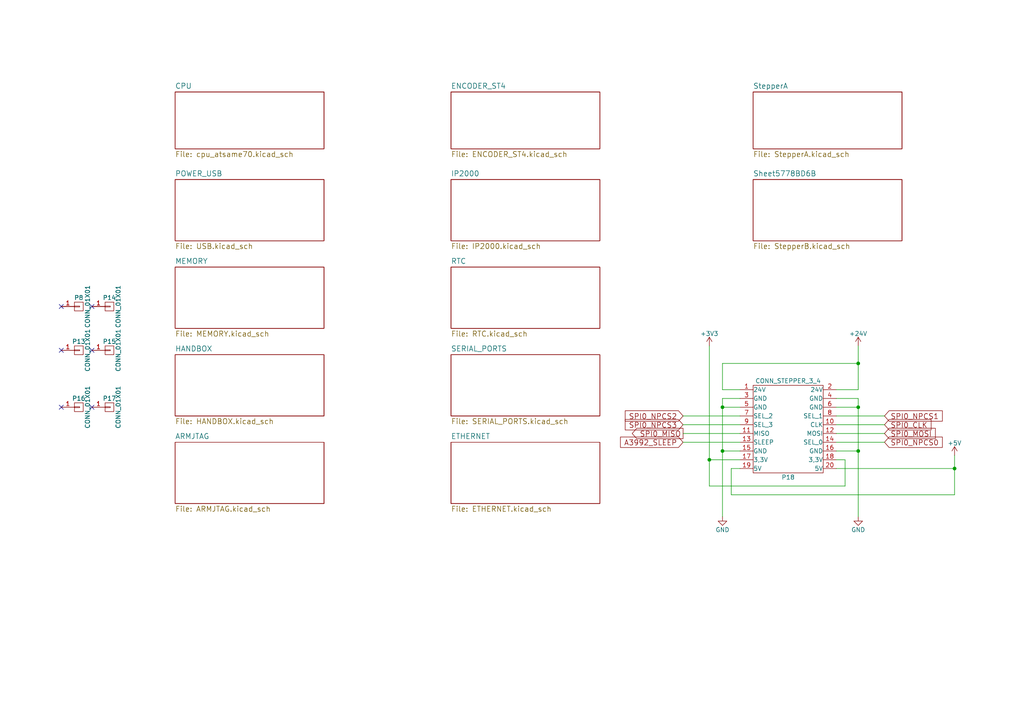
<source format=kicad_sch>
(kicad_sch (version 20231120) (generator "eeschema") (generator_version "8.0")
  (paper "A4")
  (lib_symbols
    (symbol "TEST4-rescue:+24V" (power) (pin_names (offset 0))
      (property "Value" "+24V" (at 0 3.556 0))
      (symbol "+24V_0_1"
        (polyline (pts (xy -0.762 1.27) (xy 0 2.54)))
        (polyline (pts (xy 0 0) (xy 0 2.54)))
        (polyline (pts (xy 0 2.54) (xy 0.762 1.27)))
      )
      (symbol "+24V_1_1"
        (pin power_in line (at 0 0 90) (length 0) hide (name "+24V") (number "1"))
      )
    )
    (symbol "TEST4-rescue:+3.3V" (power) (pin_names (offset 0))
      (property "Value" "+3.3V" (at 0 3.556 0))
      (symbol "+3.3V_0_1"
        (polyline (pts (xy -0.762 1.27) (xy 0 2.54)))
        (polyline (pts (xy 0 0) (xy 0 2.54)))
        (polyline (pts (xy 0 2.54) (xy 0.762 1.27)))
      )
      (symbol "+3.3V_1_1"
        (pin power_in line (at 0 0 90) (length 0) hide (name "+3V3") (number "1"))
      )
    )
    (symbol "TEST4-rescue:+5V" (power) (pin_names (offset 0))
      (property "Value" "+5V" (at 0 3.556 0))
      (symbol "+5V_0_1"
        (polyline (pts (xy -0.762 1.27) (xy 0 2.54)))
        (polyline (pts (xy 0 0) (xy 0 2.54)))
        (polyline (pts (xy 0 2.54) (xy 0.762 1.27)))
      )
      (symbol "+5V_1_1"
        (pin power_in line (at 0 0 90) (length 0) hide (name "+5V") (number "1"))
      )
    )
    (symbol "TEST4-rescue:CONN_01X01" (pin_names (offset 1.016) hide)
      (property "Reference" "P" (at 0 2.54 0))
      (property "Value" "CONN_01X01" (at 2.54 0 90))
      (symbol "CONN_01X01_0_1"
        (rectangle (start -1.27 0.127) (end 0.254 -0.127))
        (rectangle (start -1.27 1.27) (end 1.27 -1.27))
      )
      (symbol "CONN_01X01_1_1"
        (pin passive line (at -5.08 0 0) (length 3.81) (name "P1") (number "1"))
      )
    )
    (symbol "TEST4-rescue:CONN_STEPPER_3_4" (pin_names (offset 0.0254))
      (property "Reference" "P" (at 0 -13.97 0))
      (property "Value" "CONN_STEPPER_3_4" (at 0 13.97 0))
      (symbol "CONN_STEPPER_3_4_0_1"
        (rectangle (start -10.16 12.7) (end 10.16 -12.7))
      )
      (symbol "CONN_STEPPER_3_4_1_1"
        (pin power_in line (at -13.97 11.43 0) (length 3.81) (name "24V") (number "1"))
        (pin input line (at 13.97 1.27 180) (length 3.81) (name "CLK") (number "10"))
        (pin output line (at -13.97 -1.27 0) (length 3.81) (name "MISO") (number "11"))
        (pin input line (at 13.97 -1.27 180) (length 3.81) (name "MOSI") (number "12"))
        (pin input line (at -13.97 -3.81 0) (length 3.81) (name "SLEEP") (number "13"))
        (pin input line (at 13.97 -3.81 180) (length 3.81) (name "SEL_0") (number "14"))
        (pin power_in line (at -13.97 -6.35 0) (length 3.81) (name "GND") (number "15"))
        (pin power_in line (at 13.97 -6.35 180) (length 3.81) (name "GND") (number "16"))
        (pin power_in line (at -13.97 -8.89 0) (length 3.81) (name "3,3V") (number "17"))
        (pin power_in line (at 13.97 -8.89 180) (length 3.81) (name "3,3V") (number "18"))
        (pin power_in line (at -13.97 -11.43 0) (length 3.81) (name "5V") (number "19"))
        (pin power_in line (at 13.97 11.43 180) (length 3.81) (name "24V") (number "2"))
        (pin power_in line (at 13.97 -11.43 180) (length 3.81) (name "5V") (number "20"))
        (pin power_in line (at -13.97 8.89 0) (length 3.81) (name "GND") (number "3"))
        (pin power_in line (at 13.97 8.89 180) (length 3.81) (name "GND") (number "4"))
        (pin power_in line (at -13.97 6.35 0) (length 3.81) (name "GND") (number "5"))
        (pin power_in line (at 13.97 6.35 180) (length 3.81) (name "GND") (number "6"))
        (pin input line (at -13.97 3.81 0) (length 3.81) (name "SEL_2") (number "7"))
        (pin input line (at 13.97 3.81 180) (length 3.81) (name "SEL_1") (number "8"))
        (pin input line (at -13.97 1.27 0) (length 3.81) (name "SEL_3") (number "9"))
      )
    )
    (symbol "TEST4-rescue:GND" (power) (pin_names (offset 0))
      (property "Value" "GND" (at 0 -3.81 0))
      (symbol "GND_0_1"
        (polyline (pts (xy 0 0) (xy 0 -1.27) (xy 1.27 -1.27) (xy 0 -2.54) (xy -1.27 -1.27) (xy 0 -1.27)))
      )
      (symbol "GND_1_1"
        (pin power_in line (at 0 0 270) (length 0) hide (name "GND") (number "1"))
      )
    )
  )
  (junction (at 248.92 130.81))
  (junction (at 276.86 135.89))
  (junction (at 209.55 118.11))
  (junction (at 248.92 118.11))
  (junction (at 205.74 133.35))
  (junction (at 209.55 130.81))
  (junction (at 248.92 105.41))
  (no_connect (at 26.67 118.11))
  (no_connect (at 17.78 101.6))
  (no_connect (at 17.78 118.11))
  (no_connect (at 17.78 88.9))
  (no_connect (at 26.67 101.6))
  (no_connect (at 26.67 88.9))
  (wire (pts (xy 209.55 118.11) (xy 209.55 130.81)))
  (wire (pts (xy 242.57 115.57) (xy 248.92 115.57)))
  (wire (pts (xy 248.92 105.41) (xy 209.55 105.41)))
  (wire (pts (xy 248.92 118.11) (xy 248.92 130.81)))
  (wire (pts (xy 214.63 113.03) (xy 209.55 113.03)))
  (wire (pts (xy 248.92 115.57) (xy 248.92 118.11)))
  (wire (pts (xy 248.92 100.33) (xy 248.92 105.41)))
  (wire (pts (xy 242.57 130.81) (xy 248.92 130.81)))
  (wire (pts (xy 198.12 123.19) (xy 214.63 123.19)))
  (wire (pts (xy 276.86 135.89) (xy 242.57 135.89)))
  (wire (pts (xy 256.54 123.19) (xy 242.57 123.19)))
  (wire (pts (xy 198.12 128.27) (xy 214.63 128.27)))
  (wire (pts (xy 256.54 120.65) (xy 242.57 120.65)))
  (wire (pts (xy 209.55 130.81) (xy 209.55 149.86)))
  (wire (pts (xy 276.86 132.08) (xy 276.86 135.89)))
  (wire (pts (xy 198.12 120.65) (xy 214.63 120.65)))
  (wire (pts (xy 214.63 118.11) (xy 209.55 118.11)))
  (wire (pts (xy 214.63 115.57) (xy 209.55 115.57)))
  (wire (pts (xy 209.55 130.81) (xy 214.63 130.81)))
  (wire (pts (xy 276.86 135.89) (xy 276.86 143.51)))
  (wire (pts (xy 242.57 118.11) (xy 248.92 118.11)))
  (wire (pts (xy 248.92 130.81) (xy 248.92 149.86)))
  (wire (pts (xy 256.54 128.27) (xy 242.57 128.27)))
  (wire (pts (xy 198.12 125.73) (xy 214.63 125.73)))
  (wire (pts (xy 212.09 143.51) (xy 212.09 135.89)))
  (wire (pts (xy 256.54 125.73) (xy 242.57 125.73)))
  (wire (pts (xy 209.55 115.57) (xy 209.55 118.11)))
  (wire (pts (xy 242.57 133.35) (xy 245.11 133.35)))
  (wire (pts (xy 205.74 133.35) (xy 205.74 140.97)))
  (wire (pts (xy 209.55 113.03) (xy 209.55 105.41)))
  (wire (pts (xy 212.09 135.89) (xy 214.63 135.89)))
  (wire (pts (xy 248.92 113.03) (xy 242.57 113.03)))
  (wire (pts (xy 245.11 133.35) (xy 245.11 140.97)))
  (wire (pts (xy 205.74 100.33) (xy 205.74 133.35)))
  (wire (pts (xy 276.86 143.51) (xy 212.09 143.51)))
  (wire (pts (xy 248.92 105.41) (xy 248.92 113.03)))
  (wire (pts (xy 245.11 140.97) (xy 205.74 140.97)))
  (wire (pts (xy 214.63 133.35) (xy 205.74 133.35)))
  (global_label "A3992_SLEEP" (shape input) (at 198.12 128.27 180) (effects (font (size 1.524 1.524))) (property "Intersheetrefs" "${INTERSHEET_REFS}" (effects (hide yes))))
  (global_label "SPI0_MOSI" (shape input) (at 256.54 125.73 0) (effects (font (size 1.524 1.524))) (property "Intersheetrefs" "${INTERSHEET_REFS}" (effects (hide yes))))
  (global_label "SPI0_NPCS1" (shape input) (at 256.54 120.65 0) (effects (font (size 1.524 1.524))) (property "Intersheetrefs" "${INTERSHEET_REFS}" (effects (hide yes))))
  (global_label "SPI0_NPCS2" (shape input) (at 198.12 120.65 180) (effects (font (size 1.524 1.524))) (property "Intersheetrefs" "${INTERSHEET_REFS}" (effects (hide yes))))
  (global_label "SPI0_NPCS0" (shape input) (at 256.54 128.27 0) (effects (font (size 1.524 1.524))) (property "Intersheetrefs" "${INTERSHEET_REFS}" (effects (hide yes))))
  (global_label "SPI0_MISO" (shape output) (at 198.12 125.73 180) (effects (font (size 1.524 1.524))) (property "Intersheetrefs" "${INTERSHEET_REFS}" (effects (hide yes))))
  (global_label "SPI0_NPCS3" (shape input) (at 198.12 123.19 180) (effects (font (size 1.524 1.524))) (property "Intersheetrefs" "${INTERSHEET_REFS}" (effects (hide yes))))
  (global_label "SPI0_CLK" (shape input) (at 256.54 123.19 0) (effects (font (size 1.524 1.524))) (property "Intersheetrefs" "${INTERSHEET_REFS}" (effects (hide yes))))
  (symbol (lib_name "TEST4-rescue:CONN_01X01") (lib_id "TEST4-rescue:CONN_01X01") (at 22.86 88.9 0) (unit 1)
    (property "Reference" "P8" (at 22.86 86.36 0))
    (property "Value" "CONN_01X01" (at 25.4 88.9 90))
    (property "Footprint" "mylib:MountingHole_3.2mm_M3" (effects (hide yes)))
  )
  (symbol (lib_name "TEST4-rescue:CONN_01X01") (lib_id "TEST4-rescue:CONN_01X01") (at 31.75 88.9 0) (unit 1)
    (property "Reference" "P14" (at 31.75 86.36 0))
    (property "Value" "CONN_01X01" (at 34.29 88.9 90))
    (property "Footprint" "mylib:MountingHole_3.2mm_M3" (effects (hide yes)))
  )
  (symbol (lib_name "TEST4-rescue:CONN_01X01") (lib_id "TEST4-rescue:CONN_01X01") (at 22.86 101.6 0) (unit 1)
    (property "Reference" "P13" (at 22.86 99.06 0))
    (property "Value" "CONN_01X01" (at 25.4 101.6 90))
    (property "Footprint" "mylib:MountingHole_3.2mm_M3" (effects (hide yes)))
  )
  (symbol (lib_name "TEST4-rescue:CONN_01X01") (lib_id "TEST4-rescue:CONN_01X01") (at 31.75 101.6 0) (unit 1)
    (property "Reference" "P15" (at 31.75 99.06 0))
    (property "Value" "CONN_01X01" (at 34.29 101.6 90))
    (property "Footprint" "mylib:MountingHole_3.2mm_M3" (effects (hide yes)))
  )
  (symbol (lib_name "TEST4-rescue:CONN_01X01") (lib_id "TEST4-rescue:CONN_01X01") (at 22.86 118.11 0) (unit 1)
    (property "Reference" "P16" (at 22.86 115.57 0))
    (property "Value" "CONN_01X01" (at 25.4 118.11 90))
    (property "Footprint" "mylib:MountingHole_3.2mm_M3" (effects (hide yes)))
  )
  (symbol (lib_name "TEST4-rescue:CONN_01X01") (lib_id "TEST4-rescue:CONN_01X01") (at 31.75 118.11 0) (unit 1)
    (property "Reference" "P17" (at 31.75 115.57 0))
    (property "Value" "CONN_01X01" (at 34.29 118.11 90))
    (property "Footprint" "mylib:MountingHole_3.2mm_M3" (effects (hide yes)))
  )
  (symbol (lib_name "TEST4-rescue:CONN_STEPPER_3_4") (lib_id "TEST4-rescue:CONN_STEPPER_3_4") (at 228.6 124.46 0) (unit 1)
    (property "Reference" "P18" (at 228.6 138.43 0))
    (property "Value" "CONN_STEPPER_3_4" (at 228.6 110.49 0))
    (property "Footprint" "mylib:Pin_Header_Straight_2x10" (effects (hide yes)))
  )
  (symbol (lib_name "TEST4-rescue:+24V") (lib_id "TEST4-rescue:+24V") (at 248.92 100.33 0) (unit 1)
    (property "Reference" "#PWR01" (effects (hide yes)))
    (property "Value" "+24V" (at 248.92 96.774 0))
  )
  (symbol (lib_name "TEST4-rescue:GND") (lib_id "TEST4-rescue:GND") (at 248.92 149.86 0) (unit 1)
    (property "Reference" "#PWR02" (effects (hide yes)))
    (property "Value" "GND" (at 248.92 153.67 0))
  )
  (symbol (lib_name "TEST4-rescue:GND") (lib_id "TEST4-rescue:GND") (at 209.55 149.86 0) (unit 1)
    (property "Reference" "#PWR03" (effects (hide yes)))
    (property "Value" "GND" (at 209.55 153.67 0))
  )
  (symbol (lib_name "TEST4-rescue:+3.3V") (lib_id "TEST4-rescue:+3.3V") (at 205.74 100.33 0) (unit 1)
    (property "Reference" "#PWR04" (effects (hide yes)))
    (property "Value" "+3V3" (at 205.74 96.774 0))
  )
  (symbol (lib_name "TEST4-rescue:+5V") (lib_id "TEST4-rescue:+5V") (at 276.86 132.08 0) (unit 1)
    (property "Reference" "#PWR05" (effects (hide yes)))
    (property "Value" "+5V" (at 276.86 128.524 0))
  )
  (sheet (at 50.8 26.67) (size 43.18 16.51)
    (property "Sheetname" "CPU" (at 50.8 25.8314 0) (effects (font (size 1.524 1.524)) (justify left bottom)))
    (property "Sheetfile" "cpu_atsame70.kicad_sch" (at 50.8 43.8662 0) (effects (font (size 1.524 1.524)) (justify left top)))
  )
  (sheet (at 218.44 26.67) (size 43.18 16.51)
    (property "Sheetname" "StepperA" (at 218.44 25.8314 0) (effects (font (size 1.524 1.524)) (justify left bottom)))
    (property "Sheetfile" "StepperA.kicad_sch" (at 218.44 43.8662 0) (effects (font (size 1.524 1.524)) (justify left top)))
  )
  (sheet (at 218.44 52.07) (size 43.18 17.78)
    (property "Sheetname" "Sheet5778BD6B" (at 218.44 51.2314 0) (effects (font (size 1.524 1.524)) (justify left bottom)))
    (property "Sheetfile" "StepperB.kicad_sch" (at 218.44 70.5362 0) (effects (font (size 1.524 1.524)) (justify left top)))
  )
  (sheet (at 50.8 52.07) (size 43.18 17.78)
    (property "Sheetname" "POWER_USB" (at 50.8 51.2314 0) (effects (font (size 1.524 1.524)) (justify left bottom)))
    (property "Sheetfile" "USB.kicad_sch" (at 50.8 70.5362 0) (effects (font (size 1.524 1.524)) (justify left top)))
  )
  (sheet (at 50.8 77.47) (size 43.18 17.78)
    (property "Sheetname" "MEMORY" (at 50.8 76.6314 0) (effects (font (size 1.524 1.524)) (justify left bottom)))
    (property "Sheetfile" "MEMORY.kicad_sch" (at 50.8 95.9362 0) (effects (font (size 1.524 1.524)) (justify left top)))
  )
  (sheet (at 50.8 102.87) (size 43.18 17.78)
    (property "Sheetname" "HANDBOX" (at 50.8 102.0314 0) (effects (font (size 1.524 1.524)) (justify left bottom)))
    (property "Sheetfile" "HANDBOX.kicad_sch" (at 50.8 121.3362 0) (effects (font (size 1.524 1.524)) (justify left top)))
  )
  (sheet (at 130.81 77.47) (size 43.18 17.78)
    (property "Sheetname" "RTC" (at 130.81 76.6314 0) (effects (font (size 1.524 1.524)) (justify left bottom)))
    (property "Sheetfile" "RTC.kicad_sch" (at 130.81 95.9362 0) (effects (font (size 1.524 1.524)) (justify left top)))
  )
  (sheet (at 130.81 102.87) (size 43.18 17.78)
    (property "Sheetname" "SERIAL_PORTS" (at 130.81 102.0314 0) (effects (font (size 1.524 1.524)) (justify left bottom)))
    (property "Sheetfile" "SERIAL_PORTS.kicad_sch" (at 130.81 121.3362 0) (effects (font (size 1.524 1.524)) (justify left top)))
  )
  (sheet (at 130.81 26.67) (size 43.18 16.51)
    (property "Sheetname" "ENCODER_ST4" (at 130.81 25.8314 0) (effects (font (size 1.524 1.524)) (justify left bottom)))
    (property "Sheetfile" "ENCODER_ST4.kicad_sch" (at 130.81 43.8662 0) (effects (font (size 1.524 1.524)) (justify left top)))
  )
  (sheet (at 130.81 52.07) (size 43.18 17.78)
    (property "Sheetname" "IP2000" (at 130.81 51.2314 0) (effects (font (size 1.524 1.524)) (justify left bottom)))
    (property "Sheetfile" "IP2000.kicad_sch" (at 130.81 70.5362 0) (effects (font (size 1.524 1.524)) (justify left top)))
  )
  (sheet (at 130.81 128.27) (size 43.18 17.78)
    (property "Sheetname" "ETHERNET" (at 130.81 127.4314 0) (effects (font (size 1.524 1.524)) (justify left bottom)))
    (property "Sheetfile" "ETHERNET.kicad_sch" (at 130.81 146.7362 0) (effects (font (size 1.524 1.524)) (justify left top)))
  )
  (sheet (at 50.8 128.27) (size 43.18 17.78)
    (property "Sheetname" "ARMJTAG" (at 50.8 127.4314 0) (effects (font (size 1.524 1.524)) (justify left bottom)))
    (property "Sheetfile" "ARMJTAG.kicad_sch" (at 50.8 146.7362 0) (effects (font (size 1.524 1.524)) (justify left top)))
  )
)
</source>
